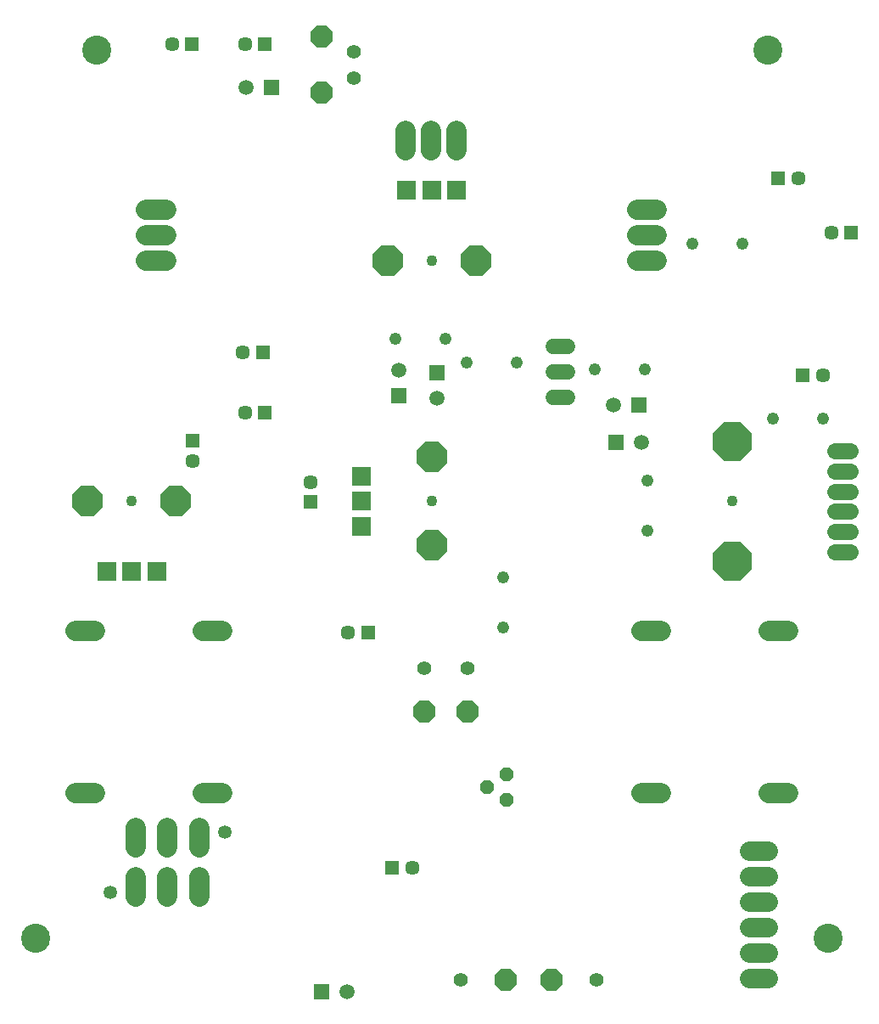
<source format=gbr>
G04 EAGLE Gerber X2 export*
%TF.Part,Single*%
%TF.FileFunction,Soldermask,Bot,1*%
%TF.FilePolarity,Positive*%
%TF.GenerationSoftware,Autodesk,EAGLE,9.2.2*%
%TF.CreationDate,2019-03-12T13:45:35Z*%
G75*
%MOMM*%
%FSLAX34Y34*%
%LPD*%
%INSoldermask Bottom*%
%AMOC8*
5,1,8,0,0,1.08239X$1,22.5*%
G01*
%ADD10C,1.244600*%
%ADD11R,1.451600X1.451600*%
%ADD12C,1.451600*%
%ADD13C,1.509600*%
%ADD14R,1.509600X1.509600*%
%ADD15C,2.051600*%
%ADD16P,2.446851X8X112.500000*%
%ADD17R,1.981200X1.981200*%
%ADD18P,3.357141X8X292.500000*%
%ADD19C,1.101600*%
%ADD20P,2.446851X8X22.500000*%
%ADD21P,2.446851X8X202.500000*%
%ADD22C,1.609600*%
%ADD23P,4.233877X8X292.500000*%
%ADD24C,1.981200*%
%ADD25C,1.351600*%
%ADD26C,2.901600*%
%ADD27P,1.539592X8X112.500000*%
%ADD28C,1.401600*%
%ADD29P,3.357141X8X202.500000*%
%ADD30C,2.057400*%
%ADD31P,3.357141X8X112.500000*%
%ADD32C,1.524000*%


D10*
X513722Y384460D03*
X513722Y434460D03*
D11*
X812551Y635345D03*
D12*
X832551Y635345D03*
D11*
X273939Y658477D03*
D12*
X253939Y658477D03*
D10*
X782905Y592749D03*
X832905Y592749D03*
X527562Y648635D03*
X477562Y648635D03*
D11*
X321794Y509377D03*
D12*
X321794Y529377D03*
D11*
X788182Y832407D03*
D12*
X808182Y832407D03*
D11*
X861071Y777583D03*
D12*
X841071Y777583D03*
D10*
X604711Y641405D03*
X654711Y641405D03*
D11*
X276089Y598484D03*
D12*
X256089Y598484D03*
D10*
X657859Y530638D03*
X657859Y480638D03*
D11*
X203425Y570566D03*
D12*
X203425Y550566D03*
D11*
X378902Y378804D03*
D12*
X358902Y378804D03*
D11*
X276037Y965820D03*
D12*
X256037Y965820D03*
D11*
X403109Y144963D03*
D12*
X423109Y144963D03*
D11*
X203287Y965665D03*
D12*
X183287Y965665D03*
D13*
X357957Y20706D03*
D14*
X332557Y20706D03*
D13*
X256960Y923048D03*
D14*
X282360Y923048D03*
D15*
X106250Y218850D02*
X86750Y218850D01*
X86750Y381150D02*
X106250Y381150D01*
X213750Y218850D02*
X233250Y218850D01*
X233250Y381150D02*
X213750Y381150D01*
D16*
X515874Y32854D03*
X561679Y32854D03*
D15*
X778750Y381150D02*
X798250Y381150D01*
X798250Y218850D02*
X778750Y218850D01*
X671250Y381150D02*
X651750Y381150D01*
X651750Y218850D02*
X671250Y218850D01*
D17*
X168000Y440000D03*
X143000Y440000D03*
X118000Y440000D03*
D18*
X187000Y510000D03*
X99000Y510000D03*
D19*
X143000Y510000D03*
D20*
X332290Y918003D03*
D21*
X332290Y973295D03*
D22*
X844462Y539996D02*
X859542Y539996D01*
X859542Y559996D02*
X844462Y559996D01*
X844462Y459996D02*
X859542Y459996D01*
X859542Y519996D02*
X844462Y519996D01*
X844462Y499996D02*
X859542Y499996D01*
X859542Y479996D02*
X844462Y479996D01*
D23*
X742002Y569996D03*
X742002Y449996D03*
D19*
X742002Y509996D03*
D24*
X759298Y161666D02*
X778094Y161666D01*
X778094Y136266D02*
X759298Y136266D01*
X759298Y110866D02*
X778094Y110866D01*
X778094Y85466D02*
X759298Y85466D01*
X759298Y60066D02*
X778094Y60066D01*
X778094Y34666D02*
X759298Y34666D01*
D15*
X146800Y115500D02*
X146800Y135000D01*
X178800Y135000D02*
X178800Y115500D01*
X210800Y115500D02*
X210800Y135000D01*
X210800Y165000D02*
X210800Y184500D01*
X178800Y184500D02*
X178800Y165000D01*
X146800Y165000D02*
X146800Y184500D01*
D25*
X121800Y120000D03*
X235800Y180000D03*
D26*
X108000Y960000D03*
X778000Y960000D03*
D10*
X702253Y766759D03*
X752253Y766759D03*
D27*
X516971Y237414D03*
X497921Y224714D03*
X516971Y212014D03*
D26*
X47000Y74500D03*
X838000Y74500D03*
D28*
X364520Y958431D03*
X364520Y932359D03*
X606469Y32854D03*
X471084Y32854D03*
D13*
X409773Y641036D03*
D14*
X409773Y615636D03*
D13*
X447437Y612644D03*
D14*
X447437Y638044D03*
D13*
X651406Y568795D03*
D14*
X626006Y568795D03*
D13*
X623884Y605694D03*
D14*
X649284Y605694D03*
D10*
X406382Y672032D03*
X456382Y672032D03*
D17*
X372500Y535000D03*
X372500Y510000D03*
X372500Y485000D03*
D29*
X442500Y554000D03*
X442500Y466000D03*
D19*
X442500Y510000D03*
D20*
X477780Y300331D03*
X435292Y300368D03*
D28*
X477780Y343701D03*
X434855Y343370D03*
D30*
X647613Y800970D02*
X667171Y800970D01*
X667171Y775570D02*
X647613Y775570D01*
X647613Y750170D02*
X667171Y750170D01*
X177171Y800970D02*
X157613Y800970D01*
X157613Y775570D02*
X177171Y775570D01*
X177171Y750170D02*
X157613Y750170D01*
X416592Y860109D02*
X416592Y879667D01*
X441992Y879667D02*
X441992Y860109D01*
X467392Y860109D02*
X467392Y879667D01*
D17*
X467500Y820000D03*
X442500Y820000D03*
X417500Y820000D03*
D31*
X486500Y750000D03*
X398500Y750000D03*
D19*
X442500Y750000D03*
D32*
X563798Y613850D02*
X578022Y613850D01*
X578022Y639250D02*
X563798Y639250D01*
X563798Y664650D02*
X578022Y664650D01*
M02*

</source>
